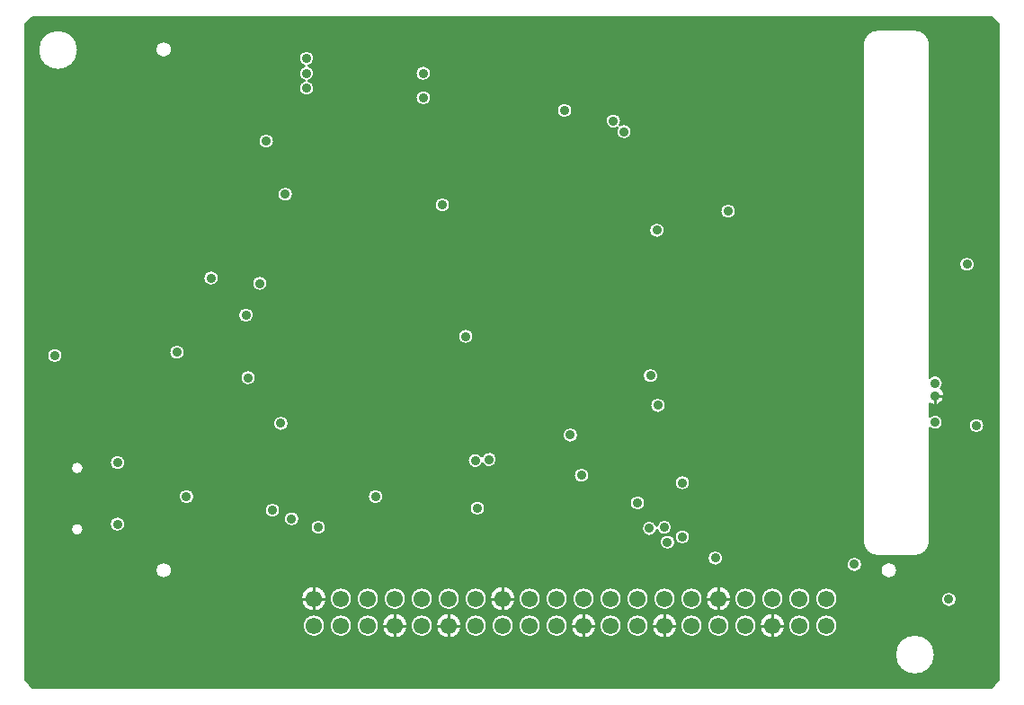
<source format=gbr>
G04 DesignSpark PCB PRO Gerber Version 10.0 Build 5299*
G04 #@! TF.Part,Single*
G04 #@! TF.FileFunction,Copper,L3,Inr*
G04 #@! TF.FilePolarity,Positive*
%FSLAX35Y35*%
%MOIN*%
%ADD106C,0.00500*%
%ADD111C,0.00984*%
G04 #@! TA.AperFunction,ViaPad*
%ADD112C,0.03543*%
G04 #@! TA.AperFunction,ComponentPad*
%ADD114C,0.06102*%
G04 #@! TD.AperFunction*
X0Y0D02*
D02*
D106*
X9543Y252053D02*
Y8578D01*
X12227Y5894D01*
X367906D01*
X370590Y8578D01*
Y252053D01*
X367906Y254737D01*
X12227D01*
X9543Y252053D01*
X14423Y242520D02*
G75*
G02*
X29096I7337J0D01*
G01*
G75*
G02*
X14423I-7337J0D01*
G01*
X17770Y129134D02*
G75*
G02*
X23388I2809J0D01*
G01*
G75*
G02*
X17770I-2809J0D01*
G01*
X26541Y64606D02*
G75*
G02*
X31175I2317J0D01*
G01*
G75*
G02*
X26541I-2317J0D01*
G01*
Y87362D02*
G75*
G02*
X31175I2317J0D01*
G01*
G75*
G02*
X26541I-2317J0D01*
G01*
X40998Y66535D02*
G75*
G02*
X46616I2809J0D01*
G01*
G75*
G02*
X40998I-2809J0D01*
G01*
Y89370D02*
G75*
G02*
X46616I2809J0D01*
G01*
G75*
G02*
X40998I-2809J0D01*
G01*
X57927Y49409D02*
G75*
G02*
X63939I3006J0D01*
G01*
G75*
G02*
X57927I-3006J0D01*
G01*
X57927Y242717D02*
G75*
G02*
X63939I3006J0D01*
G01*
G75*
G02*
X57927I-3006J0D01*
G01*
X63045Y130315D02*
G75*
G02*
X68663I2809J0D01*
G01*
G75*
G02*
X63045I-2809J0D01*
G01*
X66589Y76772D02*
G75*
G02*
X72207I2809J0D01*
G01*
G75*
G02*
X66589I-2809J0D01*
G01*
X75687Y157874D02*
G75*
G02*
X81305I2809J0D01*
G01*
G75*
G02*
X75687I-2809J0D01*
G01*
X88636Y144094D02*
G75*
G02*
X94254I2809J0D01*
G01*
G75*
G02*
X88636I-2809J0D01*
G01*
X89423Y120866D02*
G75*
G02*
X95041I2809J0D01*
G01*
G75*
G02*
X89423I-2809J0D01*
G01*
X93754Y155906D02*
G75*
G02*
X99372I2809J0D01*
G01*
G75*
G02*
X93754I-2809J0D01*
G01*
X98478Y71654D02*
G75*
G02*
X104096I2809J0D01*
G01*
G75*
G02*
X98478I-2809J0D01*
G01*
X96159Y208661D02*
G75*
G02*
X101778I2809J0D01*
G01*
G75*
G02*
X96159I-2809J0D01*
G01*
X101585Y103937D02*
G75*
G02*
X107203I2809J0D01*
G01*
G75*
G02*
X101585I-2809J0D01*
G01*
X105565Y68504D02*
G75*
G02*
X111183I2809J0D01*
G01*
G75*
G02*
X105565I-2809J0D01*
G01*
X103203Y188976D02*
G75*
G02*
X108821I2809J0D01*
G01*
G75*
G02*
X103203I-2809J0D01*
G01*
X111076Y239370D02*
G75*
G02*
X116694I2809J0D01*
G01*
G75*
G02*
X114429Y236615I-2809J0D01*
G01*
G75*
G02*
Y231103I-544J-2756D01*
G01*
G75*
G02*
X116694Y228347I-544J-2756D01*
G01*
G75*
G02*
X111076I-2809J0D01*
G01*
G75*
G02*
X113342Y231103I2809J0D01*
G01*
G75*
G02*
Y236615I544J2756D01*
G01*
G75*
G02*
X111076Y239370I544J2756D01*
G01*
X111939Y38859D02*
G75*
G02*
X121297I4679J0D01*
G01*
G75*
G02*
X111939I-4679J0D01*
G01*
X112529Y28859D02*
G75*
G02*
X120706I4089J0D01*
G01*
G75*
G02*
X112529I-4089J0D01*
G01*
X115407Y65355D02*
G75*
G02*
X121025I2809J0D01*
G01*
G75*
G02*
X115407I-2809J0D01*
G01*
X122529Y28859D02*
G75*
G02*
X130706I4089J0D01*
G01*
G75*
G02*
X122529I-4089J0D01*
G01*
Y38859D02*
G75*
G02*
X130706I4089J0D01*
G01*
G75*
G02*
X122529I-4089J0D01*
G01*
X132529Y28859D02*
G75*
G02*
X140706I4089J0D01*
G01*
G75*
G02*
X132529I-4089J0D01*
G01*
Y38859D02*
G75*
G02*
X140706I4089J0D01*
G01*
G75*
G02*
X132529I-4089J0D01*
G01*
X136667Y76772D02*
G75*
G02*
X142285I2809J0D01*
G01*
G75*
G02*
X136667I-2809J0D01*
G01*
X141939Y28859D02*
G75*
G02*
X151297I4679J0D01*
G01*
G75*
G02*
X141939I-4679J0D01*
G01*
X142529Y38859D02*
G75*
G02*
X150706I4089J0D01*
G01*
G75*
G02*
X142529I-4089J0D01*
G01*
X152529Y28859D02*
G75*
G02*
X160706I4089J0D01*
G01*
G75*
G02*
X152529I-4089J0D01*
G01*
Y38859D02*
G75*
G02*
X160706I4089J0D01*
G01*
G75*
G02*
X152529I-4089J0D01*
G01*
X154384Y224803D02*
G75*
G02*
X160002I2809J0D01*
G01*
G75*
G02*
X154384I-2809J0D01*
G01*
Y233858D02*
G75*
G02*
X160002I2809J0D01*
G01*
G75*
G02*
X154384I-2809J0D01*
G01*
X161470Y185039D02*
G75*
G02*
X167089I2809J0D01*
G01*
G75*
G02*
X161470I-2809J0D01*
G01*
X161939Y28859D02*
G75*
G02*
X171297I4679J0D01*
G01*
G75*
G02*
X161939I-4679J0D01*
G01*
X162529Y38859D02*
G75*
G02*
X170706I4089J0D01*
G01*
G75*
G02*
X162529I-4089J0D01*
G01*
X170131Y136221D02*
G75*
G02*
X175750I2809J0D01*
G01*
G75*
G02*
X170131I-2809J0D01*
G01*
X172529Y28859D02*
G75*
G02*
X180706I4089J0D01*
G01*
G75*
G02*
X172529I-4089J0D01*
G01*
Y38859D02*
G75*
G02*
X180706I4089J0D01*
G01*
G75*
G02*
X172529I-4089J0D01*
G01*
X178956Y91493D02*
G75*
G02*
X184411Y90551I2647J-941D01*
G01*
G75*
G02*
X179131Y89217I-2809J0D01*
G01*
G75*
G02*
X173675Y90158I-2647J941D01*
G01*
G75*
G02*
X178956Y91493I2809J0D01*
G01*
X181939Y38859D02*
G75*
G02*
X191297I4679J0D01*
G01*
G75*
G02*
X181939I-4679J0D01*
G01*
X182529Y28859D02*
G75*
G02*
X190706I4089J0D01*
G01*
G75*
G02*
X182529I-4089J0D01*
G01*
X174462Y72441D02*
G75*
G02*
X180080I2809J0D01*
G01*
G75*
G02*
X174462I-2809J0D01*
G01*
X192529Y28859D02*
G75*
G02*
X200706I4089J0D01*
G01*
G75*
G02*
X192529I-4089J0D01*
G01*
Y38859D02*
G75*
G02*
X200706I4089J0D01*
G01*
G75*
G02*
X192529I-4089J0D01*
G01*
X202529Y28859D02*
G75*
G02*
X210706I4089J0D01*
G01*
G75*
G02*
X202529I-4089J0D01*
G01*
Y38859D02*
G75*
G02*
X210706I4089J0D01*
G01*
G75*
G02*
X202529I-4089J0D01*
G01*
X206746Y220079D02*
G75*
G02*
X212364I2809J0D01*
G01*
G75*
G02*
X206746I-2809J0D01*
G01*
X208911Y99607D02*
G75*
G02*
X214530I2809J0D01*
G01*
G75*
G02*
X208911I-2809J0D01*
G01*
X211939Y28859D02*
G75*
G02*
X221297I4679J0D01*
G01*
G75*
G02*
X211939I-4679J0D01*
G01*
X212529Y38859D02*
G75*
G02*
X220706I4089J0D01*
G01*
G75*
G02*
X212529I-4089J0D01*
G01*
X213045Y84646D02*
G75*
G02*
X218663I2809J0D01*
G01*
G75*
G02*
X213045I-2809J0D01*
G01*
X222529Y28859D02*
G75*
G02*
X230706I4089J0D01*
G01*
G75*
G02*
X222529I-4089J0D01*
G01*
Y38859D02*
G75*
G02*
X230706I4089J0D01*
G01*
G75*
G02*
X222529I-4089J0D01*
G01*
X229899Y214439D02*
G75*
G02*
X234411Y212205I1703J-2234D01*
G01*
G75*
G02*
X228793I-2809J0D01*
G01*
G75*
G02*
X229368Y213908I2809J0D01*
G01*
G75*
G02*
X224856Y216142I-1703J2234D01*
G01*
G75*
G02*
X230474I2809J0D01*
G01*
G75*
G02*
X229899Y214439I-2809J0D01*
G01*
X232529Y28859D02*
G75*
G02*
X240706I4089J0D01*
G01*
G75*
G02*
X232529I-4089J0D01*
G01*
Y38859D02*
G75*
G02*
X240706I4089J0D01*
G01*
G75*
G02*
X232529I-4089J0D01*
G01*
X233809Y74410D02*
G75*
G02*
X239427I2809J0D01*
G01*
G75*
G02*
X233809I-2809J0D01*
G01*
X243771Y65663D02*
G75*
G02*
X249372Y65355I2792J-308D01*
G01*
G75*
G02*
X243843Y64653I-2809J0D01*
G01*
G75*
G02*
X238242Y64961I-2792J308D01*
G01*
G75*
G02*
X243771Y65663I2809J0D01*
G01*
X244935Y59843D02*
G75*
G02*
X250553I2809J0D01*
G01*
G75*
G02*
X244935I-2809J0D01*
G01*
X241939Y28859D02*
G75*
G02*
X251297I4679J0D01*
G01*
G75*
G02*
X241939I-4679J0D01*
G01*
X242529Y38859D02*
G75*
G02*
X250706I4089J0D01*
G01*
G75*
G02*
X242529I-4089J0D01*
G01*
X238636Y121654D02*
G75*
G02*
X244254I2809J0D01*
G01*
G75*
G02*
X238636I-2809J0D01*
G01*
X241392Y110630D02*
G75*
G02*
X247010I2809J0D01*
G01*
G75*
G02*
X241392I-2809J0D01*
G01*
X240998Y175591D02*
G75*
G02*
X246616I2809J0D01*
G01*
G75*
G02*
X240998I-2809J0D01*
G01*
X250447Y61811D02*
G75*
G02*
X256065I2809J0D01*
G01*
G75*
G02*
X250447I-2809J0D01*
G01*
X252529Y28859D02*
G75*
G02*
X260706I4089J0D01*
G01*
G75*
G02*
X252529I-4089J0D01*
G01*
Y38859D02*
G75*
G02*
X260706I4089J0D01*
G01*
G75*
G02*
X252529I-4089J0D01*
G01*
X250447Y81890D02*
G75*
G02*
X256065I2809J0D01*
G01*
G75*
G02*
X250447I-2809J0D01*
G01*
X261939Y38859D02*
G75*
G02*
X271297I4679J0D01*
G01*
G75*
G02*
X261939I-4679J0D01*
G01*
X262529Y28859D02*
G75*
G02*
X270706I4089J0D01*
G01*
G75*
G02*
X262529I-4089J0D01*
G01*
X262651Y53937D02*
G75*
G02*
X268269I2809J0D01*
G01*
G75*
G02*
X262651I-2809J0D01*
G01*
X267376Y182678D02*
G75*
G02*
X272994I2809J0D01*
G01*
G75*
G02*
X267376I-2809J0D01*
G01*
X272529Y28859D02*
G75*
G02*
X280706I4089J0D01*
G01*
G75*
G02*
X272529I-4089J0D01*
G01*
Y38859D02*
G75*
G02*
X280706I4089J0D01*
G01*
G75*
G02*
X272529I-4089J0D01*
G01*
X281939Y28859D02*
G75*
G02*
X291297I4679J0D01*
G01*
G75*
G02*
X281939I-4679J0D01*
G01*
X282529Y38859D02*
G75*
G02*
X290706I4089J0D01*
G01*
G75*
G02*
X282529I-4089J0D01*
G01*
X292529Y28859D02*
G75*
G02*
X300706I4089J0D01*
G01*
G75*
G02*
X292529I-4089J0D01*
G01*
Y38859D02*
G75*
G02*
X300706I4089J0D01*
G01*
G75*
G02*
X292529I-4089J0D01*
G01*
X302529Y28859D02*
G75*
G02*
X310706I4089J0D01*
G01*
G75*
G02*
X302529I-4089J0D01*
G01*
Y38859D02*
G75*
G02*
X310706I4089J0D01*
G01*
G75*
G02*
X302529I-4089J0D01*
G01*
X314226Y51575D02*
G75*
G02*
X319844I2809J0D01*
G01*
G75*
G02*
X314226I-2809J0D01*
G01*
X348955Y116924D02*
G75*
G02*
X344976Y111410I-1998J-2750D01*
G01*
Y106323D01*
G75*
G02*
X349766Y104331I1980J-1992D01*
G01*
G75*
G02*
X344976Y102339I-2809J0D01*
G01*
Y60236D01*
G75*
G02*
X339476Y54736I-5500J0D01*
G01*
X325697D01*
G75*
G02*
X320197Y60236I0J5500D01*
G01*
Y244488D01*
G75*
G02*
X325697Y249988I5500J0D01*
G01*
X339476D01*
G75*
G02*
X344976Y244488I0J-5500D01*
G01*
Y120890D01*
G75*
G02*
X348955Y116924I1980J-1992D01*
G01*
X349266Y38583D02*
G75*
G02*
X354884I2809J0D01*
G01*
G75*
G02*
X349266I-2809J0D01*
G01*
X326825Y49409D02*
G75*
G02*
X332837I3006J0D01*
G01*
G75*
G02*
X326825I-3006J0D01*
G01*
X332140Y18110D02*
G75*
G02*
X346813I7337J0D01*
G01*
G75*
G02*
X332140I-7337J0D01*
G01*
X355959Y162992D02*
G75*
G02*
X361577I2809J0D01*
G01*
G75*
G02*
X355959I-2809J0D01*
G01*
X359502Y103150D02*
G75*
G02*
X365120I2809J0D01*
G01*
G75*
G02*
X359502I-2809J0D01*
G01*
X9793Y18110D02*
G36*
X9793Y18110D02*
Y8328D01*
X11977Y6144D01*
X368156D01*
X370340Y8328D01*
Y18110D01*
X346813D01*
G75*
G02*
X332140I-7337J0D01*
G01*
X9793D01*
G37*
Y28859D02*
G36*
X9793Y28859D02*
Y18110D01*
X332140D01*
G75*
G02*
X346813I7337J0D01*
G01*
X370340D01*
Y28859D01*
X310706D01*
G75*
G02*
X302529I-4089J0D01*
G01*
X300706D01*
G75*
G02*
X292529I-4089J0D01*
G01*
X291297D01*
G75*
G02*
X281939I-4679J0D01*
G01*
X280706D01*
G75*
G02*
X272529I-4089J0D01*
G01*
X270706D01*
G75*
G02*
X262529I-4089J0D01*
G01*
X260706D01*
G75*
G02*
X252529I-4089J0D01*
G01*
X251297D01*
G75*
G02*
X241939I-4679J0D01*
G01*
X240706D01*
G75*
G02*
X232529I-4089J0D01*
G01*
X230706D01*
G75*
G02*
X222529I-4089J0D01*
G01*
X221297D01*
G75*
G02*
X211939I-4679J0D01*
G01*
X210706D01*
G75*
G02*
X202529I-4089J0D01*
G01*
X200706D01*
G75*
G02*
X192529I-4089J0D01*
G01*
X190706D01*
G75*
G02*
X182529I-4089J0D01*
G01*
X180706D01*
G75*
G02*
X172529I-4089J0D01*
G01*
X171297D01*
G75*
G02*
X161939I-4679J0D01*
G01*
X160706D01*
G75*
G02*
X152529I-4089J0D01*
G01*
X151297D01*
G75*
G02*
X141939I-4679J0D01*
G01*
X140706D01*
G75*
G02*
X132529I-4089J0D01*
G01*
X130706D01*
G75*
G02*
X122529I-4089J0D01*
G01*
X120706D01*
G75*
G02*
X112529I-4089J0D01*
G01*
X9793D01*
G37*
Y38859D02*
G36*
X9793Y38859D02*
Y28859D01*
X112529D01*
G75*
G02*
X120706I4089J0D01*
G01*
X122529D01*
G75*
G02*
X130706I4089J0D01*
G01*
X132529D01*
G75*
G02*
X140706I4089J0D01*
G01*
X141939D01*
G75*
G02*
X151297I4679J0D01*
G01*
X152529D01*
G75*
G02*
X160706I4089J0D01*
G01*
X161939D01*
G75*
G02*
X171297I4679J0D01*
G01*
X172529D01*
G75*
G02*
X180706I4089J0D01*
G01*
X182529D01*
G75*
G02*
X190706I4089J0D01*
G01*
X192529D01*
G75*
G02*
X200706I4089J0D01*
G01*
X202529D01*
G75*
G02*
X210706I4089J0D01*
G01*
X211939D01*
G75*
G02*
X221297I4679J0D01*
G01*
X222529D01*
G75*
G02*
X230706I4089J0D01*
G01*
X232529D01*
G75*
G02*
X240706I4089J0D01*
G01*
X241939D01*
G75*
G02*
X251297I4679J0D01*
G01*
X252529D01*
G75*
G02*
X260706I4089J0D01*
G01*
X262529D01*
G75*
G02*
X270706I4089J0D01*
G01*
X272529D01*
G75*
G02*
X280706I4089J0D01*
G01*
X281939D01*
G75*
G02*
X291297I4679J0D01*
G01*
X292529D01*
G75*
G02*
X300706I4089J0D01*
G01*
X302529D01*
G75*
G02*
X310706I4089J0D01*
G01*
X370340D01*
Y38859D01*
X354870D01*
G75*
G02*
X354884Y38583I-2796J-278D01*
G01*
G75*
G02*
X349266I-2809J0D01*
G01*
G75*
G02*
X349280Y38859I2809J-2D01*
G01*
X310706D01*
G75*
G02*
X302529I-4089J0D01*
G01*
X300706D01*
G75*
G02*
X292529I-4089J0D01*
G01*
X290706D01*
G75*
G02*
X282529I-4089J0D01*
G01*
X280706D01*
G75*
G02*
X272529I-4089J0D01*
G01*
X271297D01*
G75*
G02*
X261939I-4679J0D01*
G01*
X260706D01*
G75*
G02*
X252529I-4089J0D01*
G01*
X250706D01*
G75*
G02*
X242529I-4089J0D01*
G01*
X240706D01*
G75*
G02*
X232529I-4089J0D01*
G01*
X230706D01*
G75*
G02*
X222529I-4089J0D01*
G01*
X220706D01*
G75*
G02*
X212529I-4089J0D01*
G01*
X210706D01*
G75*
G02*
X202529I-4089J0D01*
G01*
X200706D01*
G75*
G02*
X192529I-4089J0D01*
G01*
X191297D01*
G75*
G02*
X181939I-4679J0D01*
G01*
X180706D01*
G75*
G02*
X172529I-4089J0D01*
G01*
X170706D01*
G75*
G02*
X162529I-4089J0D01*
G01*
X160706D01*
G75*
G02*
X152529I-4089J0D01*
G01*
X150706D01*
G75*
G02*
X142529I-4089J0D01*
G01*
X140706D01*
G75*
G02*
X132529I-4089J0D01*
G01*
X130706D01*
G75*
G02*
X122529I-4089J0D01*
G01*
X121297D01*
G75*
G02*
X111939I-4679J0D01*
G01*
X9793D01*
G37*
Y49409D02*
G36*
X9793Y49409D02*
Y38859D01*
X111939D01*
G75*
G02*
X121297I4679J0D01*
G01*
X122529D01*
G75*
G02*
X130706I4089J0D01*
G01*
X132529D01*
G75*
G02*
X140706I4089J0D01*
G01*
X142529D01*
G75*
G02*
X150706I4089J0D01*
G01*
X152529D01*
G75*
G02*
X160706I4089J0D01*
G01*
X162529D01*
G75*
G02*
X170706I4089J0D01*
G01*
X172529D01*
G75*
G02*
X180706I4089J0D01*
G01*
X181939D01*
G75*
G02*
X191297I4679J0D01*
G01*
X192529D01*
G75*
G02*
X200706I4089J0D01*
G01*
X202529D01*
G75*
G02*
X210706I4089J0D01*
G01*
X212529D01*
G75*
G02*
X220706I4089J0D01*
G01*
X222529D01*
G75*
G02*
X230706I4089J0D01*
G01*
X232529D01*
G75*
G02*
X240706I4089J0D01*
G01*
X242529D01*
G75*
G02*
X250706I4089J0D01*
G01*
X252529D01*
G75*
G02*
X260706I4089J0D01*
G01*
X261939D01*
G75*
G02*
X271297I4679J0D01*
G01*
X272529D01*
G75*
G02*
X280706I4089J0D01*
G01*
X282529D01*
G75*
G02*
X290706I4089J0D01*
G01*
X292529D01*
G75*
G02*
X300706I4089J0D01*
G01*
X302529D01*
G75*
G02*
X310706I4089J0D01*
G01*
X349280D01*
G75*
G02*
X354870I2795J-276D01*
G01*
X370340D01*
Y49409D01*
X332837D01*
G75*
G02*
X326825I-3006J0D01*
G01*
X318824D01*
G75*
G02*
X315246I-1789J2166D01*
G01*
X63939D01*
G75*
G02*
X57927I-3006J0D01*
G01*
X9793D01*
G37*
Y53937D02*
G36*
X9793Y53937D02*
Y49409D01*
X57927D01*
G75*
G02*
X63939I3006J0D01*
G01*
X315246D01*
G75*
G02*
X314226Y51575I1789J2166D01*
G01*
G75*
G02*
X315515Y53937I2809J0D01*
G01*
X268269D01*
G75*
G02*
X262651I-2809J0D01*
G01*
X9793D01*
G37*
X319844Y51575D02*
G36*
X319844Y51575D02*
G75*
G02*
X318824Y49409I-2809J0D01*
G01*
X326825D01*
G75*
G02*
X332837I3006J0D01*
G01*
X370340D01*
Y53937D01*
X318555D01*
G75*
G02*
X319844Y51575I-1520J-2362D01*
G01*
G37*
X9793Y59843D02*
G36*
X9793Y59843D02*
Y53937D01*
X262651D01*
G75*
G02*
X268269I2809J0D01*
G01*
X315515D01*
G75*
G02*
X318555I1520J-2362D01*
G01*
X370340D01*
Y59843D01*
X344962D01*
G75*
G02*
X339476Y54736I-5486J394D01*
G01*
X325697D01*
G75*
G02*
X320211Y59843I0J5500D01*
G01*
X255260D01*
G75*
G02*
X251252I-2004J1969D01*
G01*
X250553D01*
G75*
G02*
X244935I-2809J0D01*
G01*
X9793D01*
G37*
Y64606D02*
G36*
X9793Y64606D02*
Y59843D01*
X244935D01*
G75*
G02*
X250553I2809J0D01*
G01*
X251252D01*
G75*
G02*
X250447Y61811I2004J1969D01*
G01*
G75*
G02*
X252974Y64606I2809J0D01*
G01*
X249270D01*
G75*
G02*
X243856I-2707J748D01*
G01*
X243837D01*
G75*
G02*
X238264I-2787J355D01*
G01*
X120924D01*
G75*
G02*
X115509I-2707J748D01*
G01*
X45849D01*
G75*
G02*
X41765I-2042J1929D01*
G01*
X31175D01*
G75*
G02*
X26541I-2317J0D01*
G01*
X9793D01*
G37*
X256065Y61811D02*
G36*
X256065Y61811D02*
G75*
G02*
X255260Y59843I-2809J0D01*
G01*
X320211D01*
G75*
G02*
X320197Y60236I5487J394D01*
G01*
Y64606D01*
X253538D01*
G75*
G02*
X256065Y61811I-282J-2795D01*
G01*
G37*
X344976Y60236D02*
G36*
X344976Y60236D02*
G75*
G02*
X344962Y59843I-5501J1D01*
G01*
X370340D01*
Y64606D01*
X344976D01*
Y60236D01*
G37*
X9793Y68504D02*
G36*
X9793Y68504D02*
Y64606D01*
X26541D01*
G75*
G02*
X31175I2317J0D01*
G01*
X41765D01*
G75*
G02*
X40998Y66535I2042J1929D01*
G01*
G75*
G02*
X41804Y68504I2809J0D01*
G01*
X9793D01*
G37*
X46616Y66535D02*
G36*
X46616Y66535D02*
G75*
G02*
X45849Y64606I-2809J0D01*
G01*
X115509D01*
G75*
G02*
X115407Y65355I2707J748D01*
G01*
G75*
G02*
X121025I2809J0D01*
G01*
G75*
G02*
X120924Y64606I-2809J0D01*
G01*
X238264D01*
G75*
G02*
X238242Y64961I2787J354D01*
G01*
G75*
G02*
X243771Y65663I2809J0D01*
G01*
G75*
G02*
X249372Y65355I2792J-308D01*
G01*
G75*
G02*
X249270Y64606I-2809J0D01*
G01*
X252974D01*
G75*
G02*
X253538I282J-2796D01*
G01*
X320197D01*
Y68504D01*
X111183D01*
G75*
G02*
X105565I-2809J0D01*
G01*
X45811D01*
G75*
G02*
X46616Y66535I-2004J-1969D01*
G01*
G37*
X243843Y64653D02*
G36*
X243843Y64653D02*
G75*
G02*
X243837Y64606I-2793J305D01*
G01*
X243856D01*
G75*
G02*
X243843Y64653I2708J753D01*
G01*
G37*
X344976Y68504D02*
G36*
X344976Y68504D02*
Y64606D01*
X370340D01*
Y68504D01*
X344976D01*
G37*
X9793Y71654D02*
G36*
X9793Y71654D02*
Y68504D01*
X41804D01*
G75*
G02*
X45811I2004J-1969D01*
G01*
X105565D01*
G75*
G02*
X111183I2809J0D01*
G01*
X320197D01*
Y71654D01*
X237161D01*
G75*
G02*
X236074I-544J2755D01*
G01*
X179968D01*
G75*
G02*
X174575I-2696J787D01*
G01*
X104096D01*
G75*
G02*
X98478I-2809J0D01*
G01*
X9793D01*
G37*
X344976D02*
G36*
X344976Y71654D02*
Y68504D01*
X370340D01*
Y71654D01*
X344976D01*
G37*
X9793Y76772D02*
G36*
X9793Y76772D02*
Y71654D01*
X98478D01*
G75*
G02*
X104096I2809J0D01*
G01*
X174575D01*
G75*
G02*
X174462Y72441I2696J787D01*
G01*
G75*
G02*
X180080I2809J0D01*
G01*
G75*
G02*
X179968Y71654I-2809J0D01*
G01*
X236074D01*
G75*
G02*
X233809Y74410I544J2756D01*
G01*
G75*
G02*
X235097Y76772I2809J0D01*
G01*
X142285D01*
G75*
G02*
X136667I-2809J0D01*
G01*
X72207D01*
G75*
G02*
X66589I-2809J0D01*
G01*
X9793D01*
G37*
X239427Y74410D02*
G36*
X239427Y74410D02*
G75*
G02*
X237161Y71654I-2809J0D01*
G01*
X320197D01*
Y76772D01*
X238139D01*
G75*
G02*
X239427Y74410I-1521J-2362D01*
G01*
G37*
X344976Y76772D02*
G36*
X344976Y76772D02*
Y71654D01*
X370340D01*
Y76772D01*
X344976D01*
G37*
X9793Y81890D02*
G36*
X9793Y81890D02*
Y76772D01*
X66589D01*
G75*
G02*
X72207I2809J0D01*
G01*
X136667D01*
G75*
G02*
X142285I2809J0D01*
G01*
X235097D01*
G75*
G02*
X238139I1521J-2362D01*
G01*
X320197D01*
Y81890D01*
X256065D01*
G75*
G02*
X250447I-2809J0D01*
G01*
X216396D01*
G75*
G02*
X215312I-542J2756D01*
G01*
X9793D01*
G37*
X344976D02*
G36*
X344976Y81890D02*
Y76772D01*
X370340D01*
Y81890D01*
X344976D01*
G37*
X9793Y84646D02*
G36*
X9793Y84646D02*
Y81890D01*
X215312D01*
G75*
G02*
X213045Y84646I542J2756D01*
G01*
X9793D01*
G37*
X218663D02*
G36*
X218663Y84646D02*
G75*
G02*
X216396Y81890I-2809J0D01*
G01*
X250447D01*
G75*
G02*
X252714Y84646I2809J0D01*
G01*
X218663D01*
G37*
X253798D02*
G36*
X253798Y84646D02*
G75*
G02*
X256065Y81890I-542J-2756D01*
G01*
X320197D01*
Y84646D01*
X253798D01*
G37*
X344976D02*
G36*
X344976Y84646D02*
Y81890D01*
X370340D01*
Y84646D01*
X344976D01*
G37*
X9793Y87362D02*
G36*
X9793Y87362D02*
Y84646D01*
X213045D01*
G75*
G02*
X215137Y87362I2809J0D01*
G01*
X176757D01*
G75*
G02*
X176210I-274J2796D01*
G01*
X45772D01*
G75*
G02*
X41843I-1965J2008D01*
G01*
X31175D01*
G75*
G02*
X26541I-2317J0D01*
G01*
X9793D01*
G37*
X216570D02*
G36*
X216570Y87362D02*
G75*
G02*
X218663Y84646I-717J-2716D01*
G01*
X252714D01*
G75*
G02*
X253798I542J-2756D01*
G01*
X320197D01*
Y87362D01*
X216570D01*
G37*
X344976D02*
G36*
X344976Y87362D02*
Y84646D01*
X370340D01*
Y87362D01*
X344976D01*
G37*
X9793Y90354D02*
G36*
X9793Y90354D02*
Y87362D01*
X26541D01*
G75*
G02*
X31175I2317J0D01*
G01*
X41843D01*
G75*
G02*
X40998Y89370I1965J2008D01*
G01*
G75*
G02*
X41176Y90354I2809J0D01*
G01*
X9793D01*
G37*
X46616Y89370D02*
G36*
X46616Y89370D02*
G75*
G02*
X45772Y87362I-2809J0D01*
G01*
X176210D01*
G75*
G02*
X173675Y90158I274J2796D01*
G01*
G75*
G02*
X173682Y90354I2809J-3D01*
G01*
X46438D01*
G75*
G02*
X46616Y89370I-2631J-984D01*
G01*
G37*
X179131Y89217D02*
G36*
X179131Y89217D02*
G75*
G02*
X176757Y87362I-2647J942D01*
G01*
X215137D01*
G75*
G02*
X216570I717J-2716D01*
G01*
X320197D01*
Y90354D01*
X184404D01*
G75*
G02*
X179131Y89217I-2802J197D01*
G01*
G37*
X344976Y90354D02*
G36*
X344976Y90354D02*
Y87362D01*
X370340D01*
Y90354D01*
X344976D01*
G37*
X9793Y99607D02*
G36*
X9793Y99607D02*
Y90354D01*
X41176D01*
G75*
G02*
X46438I2631J-984D01*
G01*
X173682D01*
G75*
G02*
X178956Y91493I2802J-197D01*
G01*
G75*
G02*
X184411Y90551I2647J-941D01*
G01*
G75*
G02*
X184404Y90354I-2809J3D01*
G01*
X320197D01*
Y99607D01*
X214530D01*
G75*
G02*
X208911I-2809J0D01*
G01*
X9793D01*
G37*
X344976D02*
G36*
X344976Y99607D02*
Y90354D01*
X370340D01*
Y99607D01*
X344976D01*
G37*
X9793Y103937D02*
G36*
X9793Y103937D02*
Y99607D01*
X208911D01*
G75*
G02*
X214530I2809J0D01*
G01*
X320197D01*
Y103937D01*
X107203D01*
G75*
G02*
X101585I-2809J0D01*
G01*
X9793D01*
G37*
X344976Y102339D02*
G36*
X344976Y102339D02*
Y99607D01*
X370340D01*
Y103937D01*
X365007D01*
G75*
G02*
X365120Y103150I-2696J-787D01*
G01*
G75*
G02*
X359502I-2809J0D01*
G01*
G75*
G02*
X359615Y103937I2809J0D01*
G01*
X349738D01*
G75*
G02*
X344976Y102339I-2781J394D01*
G01*
G37*
X9793Y110630D02*
G36*
X9793Y110630D02*
Y103937D01*
X101585D01*
G75*
G02*
X107203I2809J0D01*
G01*
X320197D01*
Y110630D01*
X247010D01*
G75*
G02*
X241392I-2809J0D01*
G01*
X9793D01*
G37*
X344976D02*
G36*
X344976Y110630D02*
Y106323D01*
G75*
G02*
X349766Y104331I1980J-1992D01*
G01*
G75*
G02*
X349738Y103937I-2810J-1D01*
G01*
X359615D01*
G75*
G02*
X365007I2696J-787D01*
G01*
X370340D01*
Y110630D01*
X344976D01*
G37*
X9793Y120866D02*
G36*
X9793Y120866D02*
Y110630D01*
X241392D01*
G75*
G02*
X247010I2809J0D01*
G01*
X320197D01*
Y120866D01*
X244141D01*
G75*
G02*
X238748I-2696J787D01*
G01*
X95041D01*
G75*
G02*
X89423I-2809J0D01*
G01*
X9793D01*
G37*
X344976Y111410D02*
G36*
X344976Y111410D02*
Y110630D01*
X370340D01*
Y120866D01*
X348961D01*
G75*
G02*
X349766Y118898I-2004J-1969D01*
G01*
G75*
G02*
X348955Y116924I-2809J0D01*
G01*
G75*
G02*
X350357Y114173I-1998J-2750D01*
G01*
G75*
G02*
X344976Y111410I-3400J0D01*
G01*
G37*
X9793Y129134D02*
G36*
X9793Y129134D02*
Y120866D01*
X89423D01*
G75*
G02*
X95041I2809J0D01*
G01*
X238748D01*
G75*
G02*
X238636Y121654I2696J787D01*
G01*
G75*
G02*
X244254I2809J0D01*
G01*
G75*
G02*
X244141Y120866I-2809J0D01*
G01*
X320197D01*
Y129134D01*
X68403D01*
G75*
G02*
X63306I-2549J1181D01*
G01*
X23388D01*
G75*
G02*
X17770I-2809J0D01*
G01*
X9793D01*
G37*
X344976D02*
G36*
X344976Y129134D02*
Y120890D01*
G75*
G02*
X348961Y120866I1980J-1992D01*
G01*
X370340D01*
Y129134D01*
X344976D01*
G37*
X9793Y136221D02*
G36*
X9793Y136221D02*
Y129134D01*
X17770D01*
G75*
G02*
X23388I2809J0D01*
G01*
X63306D01*
G75*
G02*
X63045Y130315I2549J1181D01*
G01*
G75*
G02*
X68663I2809J0D01*
G01*
G75*
G02*
X68403Y129134I-2809J0D01*
G01*
X320197D01*
Y136221D01*
X175750D01*
G75*
G02*
X170131I-2809J0D01*
G01*
X9793D01*
G37*
X344976D02*
G36*
X344976Y136221D02*
Y129134D01*
X370340D01*
Y136221D01*
X344976D01*
G37*
X9793Y144094D02*
G36*
X9793Y144094D02*
Y136221D01*
X170131D01*
G75*
G02*
X175750I2809J0D01*
G01*
X320197D01*
Y144094D01*
X94254D01*
G75*
G02*
X88636I-2809J0D01*
G01*
X9793D01*
G37*
X344976D02*
G36*
X344976Y144094D02*
Y136221D01*
X370340D01*
Y144094D01*
X344976D01*
G37*
X9793Y157874D02*
G36*
X9793Y157874D02*
Y144094D01*
X88636D01*
G75*
G02*
X94254I2809J0D01*
G01*
X320197D01*
Y157874D01*
X98567D01*
G75*
G02*
X99372Y155906I-2004J-1969D01*
G01*
G75*
G02*
X93754I-2809J0D01*
G01*
G75*
G02*
X94559Y157874I2809J0D01*
G01*
X81305D01*
G75*
G02*
X75687I-2809J0D01*
G01*
X9793D01*
G37*
X344976D02*
G36*
X344976Y157874D02*
Y144094D01*
X370340D01*
Y157874D01*
X344976D01*
G37*
X9793Y162992D02*
G36*
X9793Y162992D02*
Y157874D01*
X75687D01*
G75*
G02*
X81305I2809J0D01*
G01*
X94559D01*
G75*
G02*
X98567I2004J-1969D01*
G01*
X320197D01*
Y162992D01*
X9793D01*
G37*
X344976D02*
G36*
X344976Y162992D02*
Y157874D01*
X370340D01*
Y162992D01*
X361577D01*
G75*
G02*
X355959I-2809J0D01*
G01*
X344976D01*
G37*
X9793Y175591D02*
G36*
X9793Y175591D02*
Y162992D01*
X320197D01*
Y175591D01*
X246616D01*
G75*
G02*
X240998I-2809J0D01*
G01*
X9793D01*
G37*
X344976D02*
G36*
X344976Y175591D02*
Y162992D01*
X355959D01*
G75*
G02*
X361577I2809J0D01*
G01*
X370340D01*
Y175591D01*
X344976D01*
G37*
X9793Y185039D02*
G36*
X9793Y185039D02*
Y175591D01*
X240998D01*
G75*
G02*
X246616I2809J0D01*
G01*
X320197D01*
Y185039D01*
X271706D01*
G75*
G02*
X272994Y182678I-1521J-2362D01*
G01*
G75*
G02*
X267376I-2809J0D01*
G01*
G75*
G02*
X268664Y185039I2809J0D01*
G01*
X167089D01*
G75*
G02*
X161470I-2809J0D01*
G01*
X9793D01*
G37*
X344976D02*
G36*
X344976Y185039D02*
Y175591D01*
X370340D01*
Y185039D01*
X344976D01*
G37*
X9793Y188976D02*
G36*
X9793Y188976D02*
Y185039D01*
X161470D01*
G75*
G02*
X167089I2809J0D01*
G01*
X268664D01*
G75*
G02*
X271706I1521J-2362D01*
G01*
X320197D01*
Y188976D01*
X108821D01*
G75*
G02*
X103203I-2809J0D01*
G01*
X9793D01*
G37*
X344976D02*
G36*
X344976Y188976D02*
Y185039D01*
X370340D01*
Y188976D01*
X344976D01*
G37*
X9793Y208661D02*
G36*
X9793Y208661D02*
Y188976D01*
X103203D01*
G75*
G02*
X108821I2809J0D01*
G01*
X320197D01*
Y208661D01*
X101778D01*
G75*
G02*
X96159I-2809J0D01*
G01*
X9793D01*
G37*
X344976D02*
G36*
X344976Y208661D02*
Y188976D01*
X370340D01*
Y208661D01*
X344976D01*
G37*
X9793Y214173D02*
G36*
X9793Y214173D02*
Y208661D01*
X96159D01*
G75*
G02*
X101778I2809J0D01*
G01*
X320197D01*
Y214173D01*
X233606D01*
G75*
G02*
X234411Y212205I-2004J-1969D01*
G01*
G75*
G02*
X228793I-2809J0D01*
G01*
Y212205D01*
G75*
G02*
X229368Y213908I2808J0D01*
G01*
G75*
G02*
X225661Y214173I-1703J2234D01*
G01*
X9793D01*
G37*
X344976D02*
G36*
X344976Y214173D02*
Y208661D01*
X370340D01*
Y214173D01*
X344976D01*
G37*
X9793Y220079D02*
G36*
X9793Y220079D02*
Y214173D01*
X225661D01*
G75*
G02*
X224856Y216142I2004J1969D01*
G01*
G75*
G02*
X230474I2809J0D01*
G01*
Y216141D01*
G75*
G02*
X229899Y214439I-2808J0D01*
G01*
G75*
G02*
X233606Y214173I1703J-2234D01*
G01*
X320197D01*
Y220079D01*
X212364D01*
G75*
G02*
X206746I-2809J0D01*
G01*
X9793D01*
G37*
X344976D02*
G36*
X344976Y220079D02*
Y214173D01*
X370340D01*
Y220079D01*
X344976D01*
G37*
X9793Y224803D02*
G36*
X9793Y224803D02*
Y220079D01*
X206746D01*
G75*
G02*
X212364I2809J0D01*
G01*
X320197D01*
Y224803D01*
X160002D01*
G75*
G02*
X154384I-2809J0D01*
G01*
X9793D01*
G37*
X344976D02*
G36*
X344976Y224803D02*
Y220079D01*
X370340D01*
Y224803D01*
X344976D01*
G37*
X9793Y233859D02*
G36*
X9793Y233859D02*
Y224803D01*
X154384D01*
G75*
G02*
X160002I2809J0D01*
G01*
X320197D01*
Y233859D01*
X160002D01*
Y233858D01*
G75*
G02*
X154384I-2809J0D01*
G01*
Y233859D01*
X116694D01*
G75*
G02*
X114429Y231103I-2809J0D01*
G01*
G75*
G02*
X116694Y228347I-543J-2756D01*
G01*
Y228347D01*
G75*
G02*
X111076I-2809J0D01*
G01*
Y228347D01*
G75*
G02*
X113342Y231103I2809J0D01*
G01*
G75*
G02*
X111076Y233859I544J2756D01*
G01*
X9793D01*
G37*
X344976D02*
G36*
X344976Y233859D02*
Y224803D01*
X370340D01*
Y233859D01*
X344976D01*
G37*
X9793Y242520D02*
G36*
X9793Y242520D02*
Y233859D01*
X111076D01*
G75*
G02*
X113342Y236615I2809J0D01*
G01*
G75*
G02*
X111076Y239370I543J2756D01*
G01*
Y239370D01*
G75*
G02*
X116694I2809J0D01*
G01*
Y239370D01*
G75*
G02*
X114429Y236615I-2809J0D01*
G01*
G75*
G02*
X116694Y233859I-544J-2756D01*
G01*
X154384D01*
G75*
G02*
X160002I2809J0D01*
G01*
X320197D01*
Y242520D01*
X63933D01*
G75*
G02*
X57933I-3000J196D01*
G01*
X29096D01*
G75*
G02*
X14423I-7337J0D01*
G01*
X9793D01*
G37*
X344976D02*
G36*
X344976Y242520D02*
Y233859D01*
X370340D01*
Y242520D01*
X344976D01*
G37*
X9793Y252303D02*
G36*
X9793Y252303D02*
Y242520D01*
X14423D01*
G75*
G02*
X29096I7337J0D01*
G01*
X57933D01*
G75*
G02*
X57927Y242717I3000J194D01*
G01*
G75*
G02*
X63939I3006J0D01*
G01*
G75*
G02*
X63933Y242520I-3006J-2D01*
G01*
X320197D01*
Y244488D01*
G75*
G02*
X325697Y249988I5500J0D01*
G01*
X339476D01*
G75*
G02*
X344976Y244488I0J-5500D01*
G01*
Y242520D01*
X370340D01*
Y252303D01*
X368156Y254487D01*
X11977D01*
X9793Y252303D01*
G37*
D02*
D111*
X114059Y38859D02*
X111696D01*
X116618Y36300D02*
Y33937D01*
Y41418D02*
Y43780D01*
X119177Y38859D02*
X121539D01*
X144059Y28859D02*
X141696D01*
X146618Y26300D02*
Y23937D01*
Y31418D02*
Y33780D01*
X149177Y28859D02*
X151539D01*
X164059D02*
X161696D01*
X166618Y26300D02*
Y23937D01*
Y31418D02*
Y33780D01*
X169177Y28859D02*
X171539D01*
X184059Y38859D02*
X181696D01*
X186618Y36300D02*
Y33937D01*
Y41418D02*
Y43780D01*
X189177Y38859D02*
X191539D01*
X214059Y28859D02*
X211696D01*
X216618Y26300D02*
Y23937D01*
Y31418D02*
Y33780D01*
X219177Y28859D02*
X221539D01*
X244059D02*
X241696D01*
X246618Y26300D02*
Y23937D01*
Y31418D02*
Y33780D01*
X249177Y28859D02*
X251539D01*
X264059Y38859D02*
X261696D01*
X266618Y36300D02*
Y33937D01*
Y41418D02*
Y43780D01*
X269177Y38859D02*
X271539D01*
X284059Y28859D02*
X281696D01*
X286618Y26300D02*
Y23937D01*
Y31418D02*
Y33780D01*
X289177Y28859D02*
X291539D01*
X346957Y112894D02*
Y110531D01*
X348236Y114173D02*
X350598D01*
D02*
D112*
X17035Y67717D03*
X20579Y129134D03*
X22547Y11811D03*
Y27559D03*
X24122Y107874D03*
X30028Y32677D03*
Y120079D03*
X30421Y157087D03*
X30815Y196457D03*
X37508Y11811D03*
Y27559D03*
X39870Y61417D03*
X41445Y96457D03*
X43020Y14173D03*
Y25197D03*
X43413Y132283D03*
X43807Y66535D03*
Y89370D03*
X61130Y110630D03*
X64279Y14173D03*
Y26378D03*
Y33465D03*
Y39764D03*
Y45276D03*
X65460Y51969D03*
X65854Y130315D03*
X69398Y76772D03*
X69791Y14567D03*
X76878D03*
Y25984D03*
Y34252D03*
X77665Y171654D03*
X78496Y157874D03*
X82389Y20079D03*
Y39764D03*
Y45669D03*
Y50788D03*
X82783Y197244D03*
X88295Y52363D03*
X88295Y129134D03*
X91445Y144094D03*
X91838Y57481D03*
X92232Y120866D03*
X93020Y114567D03*
Y185433D03*
X96563Y155906D03*
X98969Y208661D03*
X101287Y71654D03*
X104394Y103937D03*
X106012Y188976D03*
X108374Y68504D03*
X108768Y112992D03*
X112311Y201575D03*
X113885Y228347D03*
Y233859D03*
Y239370D03*
X116642Y218898D03*
X118216Y65355D03*
X119398Y200000D03*
X122153Y47638D03*
X123728Y98031D03*
X125697Y157874D03*
Y212598D03*
X139476Y70079D03*
Y76772D03*
X148925Y167323D03*
X150894Y190157D03*
X156405Y14174D03*
X157193Y172441D03*
Y224803D03*
Y233858D03*
Y242913D03*
X161524Y118504D03*
Y157874D03*
X164280Y185039D03*
X172941Y136221D03*
X174122Y188976D03*
X176091Y229134D03*
X176484Y52363D03*
Y90158D03*
X177271Y72441D03*
X180028Y169685D03*
X181602Y90551D03*
X188689Y56693D03*
X191839Y173622D03*
X200894Y118504D03*
Y197244D03*
X209555Y220079D03*
Y243701D03*
X211720Y99607D03*
X213098Y208268D03*
X215854Y84646D03*
X217823Y103150D03*
X221563Y88976D03*
X224516Y152362D03*
Y165748D03*
Y178346D03*
X226090Y50000D03*
X227665Y216142D03*
X231602Y212205D03*
X236618Y74410D03*
X240264Y79134D03*
Y157874D03*
X241051Y64961D03*
X241445Y121654D03*
X243807Y175591D03*
X244201Y104724D03*
Y110630D03*
Y197244D03*
Y236614D03*
X246563Y65355D03*
X247744Y59843D03*
X253256Y61811D03*
Y81890D03*
X265460Y53937D03*
X265854Y14174D03*
X270185Y182678D03*
X279634Y79134D03*
Y118504D03*
Y157874D03*
Y236614D03*
X280421Y12993D03*
X283177Y196851D03*
X299712Y54725D03*
X304437Y21260D03*
X317035Y51575D03*
X317035Y79134D03*
Y118504D03*
Y157874D03*
Y197244D03*
Y236614D03*
X346957Y104331D03*
Y114173D03*
Y118898D03*
X347350Y161024D03*
X352075Y38583D03*
X358374Y197244D03*
Y236614D03*
X358768Y162992D03*
X362311Y103150D03*
X364280Y125197D03*
X366642Y165354D03*
X367429Y33858D03*
X367823Y71654D03*
D02*
D114*
X116618Y28859D03*
Y38859D03*
X126618Y28859D03*
Y38859D03*
X136618Y28859D03*
Y38859D03*
X146618Y28859D03*
Y38859D03*
X156618Y28859D03*
Y38859D03*
X166618Y28859D03*
Y38859D03*
X176618Y28859D03*
Y38859D03*
X186618Y28859D03*
Y38859D03*
X196618Y28859D03*
Y38859D03*
X206618Y28859D03*
Y38859D03*
X216618Y28859D03*
Y38859D03*
X226618Y28859D03*
Y38859D03*
X236618Y28859D03*
Y38859D03*
X246618Y28859D03*
Y38859D03*
X256618Y28859D03*
Y38859D03*
X266618Y28859D03*
Y38859D03*
X276618Y28859D03*
Y38859D03*
X286618Y28859D03*
Y38859D03*
X296618Y28859D03*
Y38859D03*
X306618Y28859D03*
Y38859D03*
X0Y0D02*
M02*

</source>
